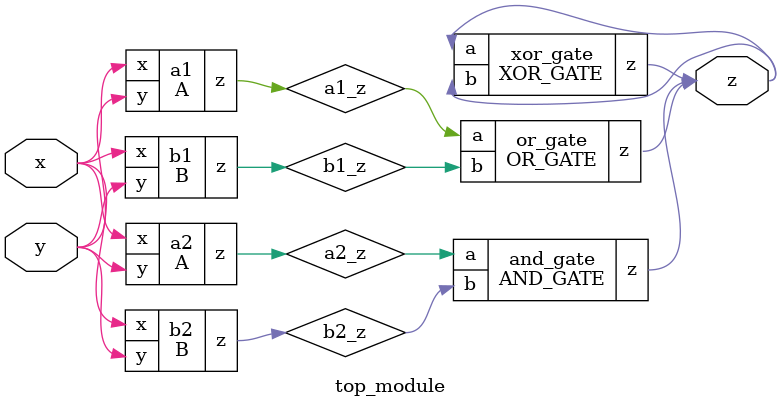
<source format=sv>
module A (
    input x,
    input y,
    output z
);

    assign z = (x ^ y) & x;
    
endmodule
module B (
    input x,
    input y,
    output z
);

    reg z;
    
    always @(x or y) begin
        case ({x, y})
            2'b00: z = 1;
            2'b01: z = 0;
            2'b10: z = 0;
            2'b11: z = 1;
        endcase
    end
    
    assign z = z;
    
endmodule
module OR_GATE (
    input a,
    input b,
    output z
);

    assign z = a | b;
    
endmodule
module AND_GATE (
    input a,
    input b,
    output z
);

    assign z = a & b;
    
endmodule
module XOR_GATE (
    input a,
    input b,
    output z
);

    assign z = a ^ b;
    
endmodule
module top_module (
    input x,
    input y,
    output z
);

    wire a1_z, a2_z, b1_z, b2_z;
    
    A a1 (
        .x(x),
        .y(y),
        .z(a1_z)
    );
    
    A a2 (
        .x(x),
        .y(y),
        .z(a2_z)
    );
    
    B b1 (
        .x(x),
        .y(y),
        .z(b1_z)
    );
    
    B b2 (
        .x(x),
        .y(y),
        .z(b2_z)
    );
    
    OR_GATE or_gate (
        .a(a1_z),
        .b(b1_z),
        .z(z)
    );
    
    AND_GATE and_gate (
        .a(a2_z),
        .b(b2_z),
        .z(z)
    );
    
    XOR_GATE xor_gate (
        .a(z),
        .b(z),
        .z(z)
    );
    
endmodule

</source>
